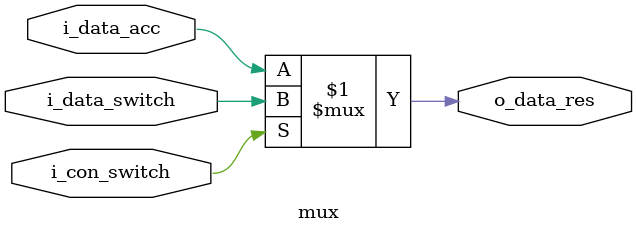
<source format=sv>
module mux(
	input logic i_data_acc,
	input logic i_data_switch,
	input logic i_con_switch,
	output logic o_data_res
	);

assign o_data_res = i_con_switch ? i_data_switch : i_data_acc;

endmodule
</source>
